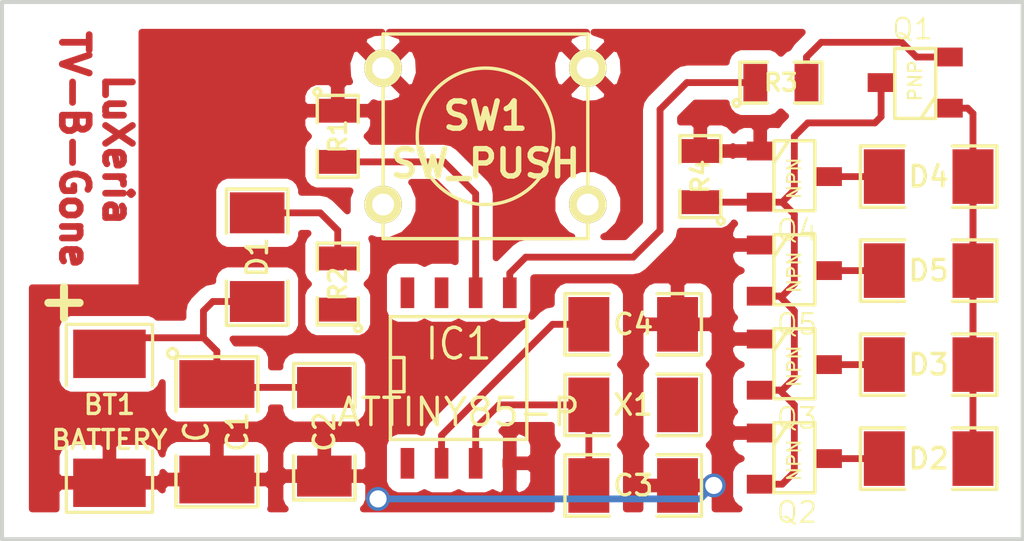
<source format=kicad_pcb>
(kicad_pcb (version 3) (host pcbnew "(2013-feb-26)-stable")

  (general
    (links 41)
    (no_connects 6)
    (area 208.924999 154.924999 247.075001 175.075001)
    (thickness 1.6)
    (drawings 5)
    (tracks 72)
    (zones 0)
    (modules 22)
    (nets 16)
  )

  (page A3)
  (layers
    (15 F.Cu signal)
    (0 B.Cu signal)
    (16 B.Adhes user)
    (17 F.Adhes user)
    (18 B.Paste user)
    (19 F.Paste user)
    (20 B.SilkS user)
    (21 F.SilkS user)
    (22 B.Mask user)
    (23 F.Mask user)
    (24 Dwgs.User user)
    (25 Cmts.User user)
    (26 Eco1.User user)
    (27 Eco2.User user)
    (28 Edge.Cuts user)
  )

  (setup
    (last_trace_width 0.254)
    (trace_clearance 0.254)
    (zone_clearance 0.508)
    (zone_45_only no)
    (trace_min 0.254)
    (segment_width 0.2)
    (edge_width 0.15)
    (via_size 0.889)
    (via_drill 0.635)
    (via_min_size 0.889)
    (via_min_drill 0.508)
    (uvia_size 0.508)
    (uvia_drill 0.127)
    (uvias_allowed no)
    (uvia_min_size 0.508)
    (uvia_min_drill 0.127)
    (pcb_text_width 0.3)
    (pcb_text_size 1 1)
    (mod_edge_width 0.15)
    (mod_text_size 1 1)
    (mod_text_width 0.15)
    (pad_size 1 1)
    (pad_drill 0.6)
    (pad_to_mask_clearance 0)
    (aux_axis_origin 0 0)
    (visible_elements FFFFFFBF)
    (pcbplotparams
      (layerselection 3178497)
      (usegerberextensions true)
      (excludeedgelayer true)
      (linewidth 152400)
      (plotframeref false)
      (viasonmask false)
      (mode 1)
      (useauxorigin false)
      (hpglpennumber 1)
      (hpglpenspeed 20)
      (hpglpendiameter 15)
      (hpglpenoverlay 2)
      (psnegative false)
      (psa4output false)
      (plotreference true)
      (plotvalue true)
      (plotothertext true)
      (plotinvisibletext false)
      (padsonsilk false)
      (subtractmaskfromsilk false)
      (outputformat 1)
      (mirror false)
      (drillshape 1)
      (scaleselection 1)
      (outputdirectory ""))
  )

  (net 0 "")
  (net 1 GND)
  (net 2 N-000001)
  (net 3 N-0000010)
  (net 4 N-0000011)
  (net 5 N-0000012)
  (net 6 N-0000013)
  (net 7 N-0000014)
  (net 8 N-0000015)
  (net 9 N-000003)
  (net 10 N-000005)
  (net 11 N-000006)
  (net 12 N-000007)
  (net 13 N-000008)
  (net 14 N-000009)
  (net 15 VCC)

  (net_class Default "Dies ist die voreingestellte Netzklasse."
    (clearance 0.254)
    (trace_width 0.254)
    (via_dia 0.889)
    (via_drill 0.635)
    (uvia_dia 0.508)
    (uvia_drill 0.127)
    (add_net "")
    (add_net GND)
    (add_net N-000001)
    (add_net N-0000010)
    (add_net N-0000011)
    (add_net N-0000012)
    (add_net N-0000013)
    (add_net N-0000014)
    (add_net N-0000015)
    (add_net N-000003)
    (add_net N-000005)
    (add_net N-000006)
    (add_net N-000007)
    (add_net N-000008)
    (add_net N-000009)
    (add_net VCC)
  )

  (module SW_PUSH_SMALL (layer F.Cu) (tedit 46544DB3) (tstamp 5156EFE4)
    (at 227 160)
    (path /5156EC98)
    (fp_text reference SW1 (at 0 -0.762) (layer F.SilkS)
      (effects (font (size 1.016 1.016) (thickness 0.2032)))
    )
    (fp_text value SW_PUSH (at 0 1.016) (layer F.SilkS)
      (effects (font (size 1.016 1.016) (thickness 0.2032)))
    )
    (fp_circle (center 0 0) (end 0 -2.54) (layer F.SilkS) (width 0.127))
    (fp_line (start -3.81 -3.81) (end 3.81 -3.81) (layer F.SilkS) (width 0.127))
    (fp_line (start 3.81 -3.81) (end 3.81 3.81) (layer F.SilkS) (width 0.127))
    (fp_line (start 3.81 3.81) (end -3.81 3.81) (layer F.SilkS) (width 0.127))
    (fp_line (start -3.81 -3.81) (end -3.81 3.81) (layer F.SilkS) (width 0.127))
    (pad 1 thru_hole circle (at 3.81 -2.54) (size 1.397 1.397) (drill 0.8128)
      (layers *.Cu *.Mask F.SilkS)
      (net 1 GND)
    )
    (pad 2 thru_hole circle (at 3.81 2.54) (size 1.397 1.397) (drill 0.8128)
      (layers *.Cu *.Mask F.SilkS)
      (net 3 N-0000010)
    )
    (pad 1 thru_hole circle (at -3.81 -2.54) (size 1.397 1.397) (drill 0.8128)
      (layers *.Cu *.Mask F.SilkS)
      (net 1 GND)
    )
    (pad 2 thru_hole circle (at -3.81 2.54) (size 1.397 1.397) (drill 0.8128)
      (layers *.Cu *.Mask F.SilkS)
      (net 3 N-0000010)
    )
  )

  (module SOT23 (layer F.Cu) (tedit 50053B6F) (tstamp 5156EFF0)
    (at 238.5 161.5 270)
    (tags SOT23)
    (path /5156DB7B)
    (fp_text reference Q4 (at 1.99898 -0.09906 360) (layer F.SilkS)
      (effects (font (size 0.762 0.762) (thickness 0.0762)))
    )
    (fp_text value NPN (at 0.0635 0 270) (layer F.SilkS)
      (effects (font (size 0.50038 0.50038) (thickness 0.0762)))
    )
    (fp_line (start -0.508 0.762) (end -1.27 0.254) (layer F.SilkS) (width 0.127))
    (fp_line (start 1.27 0.762) (end -1.3335 0.762) (layer F.SilkS) (width 0.127))
    (fp_line (start -1.3335 0.762) (end -1.3335 -0.762) (layer F.SilkS) (width 0.127))
    (fp_line (start -1.3335 -0.762) (end 1.27 -0.762) (layer F.SilkS) (width 0.127))
    (fp_line (start 1.27 -0.762) (end 1.27 0.762) (layer F.SilkS) (width 0.127))
    (pad 3 smd rect (at 0 -1.27 270) (size 0.70104 1.00076)
      (layers F.Cu F.Paste F.Mask)
      (net 9 N-000003)
    )
    (pad 2 smd rect (at 0.9525 1.27 270) (size 0.70104 1.00076)
      (layers F.Cu F.Paste F.Mask)
      (net 13 N-000008)
    )
    (pad 1 smd rect (at -0.9525 1.27 270) (size 0.70104 1.00076)
      (layers F.Cu F.Paste F.Mask)
      (net 1 GND)
    )
    (model smd\SOT23_3.wrl
      (at (xyz 0 0 0))
      (scale (xyz 0.4 0.4 0.4))
      (rotate (xyz 0 0 180))
    )
  )

  (module SOT23 (layer F.Cu) (tedit 50053B6F) (tstamp 5156EFFC)
    (at 238.5 165 270)
    (tags SOT23)
    (path /5156DBAA)
    (fp_text reference Q5 (at 1.99898 -0.09906 360) (layer F.SilkS)
      (effects (font (size 0.762 0.762) (thickness 0.0762)))
    )
    (fp_text value NPN (at 0.0635 0 270) (layer F.SilkS)
      (effects (font (size 0.50038 0.50038) (thickness 0.0762)))
    )
    (fp_line (start -0.508 0.762) (end -1.27 0.254) (layer F.SilkS) (width 0.127))
    (fp_line (start 1.27 0.762) (end -1.3335 0.762) (layer F.SilkS) (width 0.127))
    (fp_line (start -1.3335 0.762) (end -1.3335 -0.762) (layer F.SilkS) (width 0.127))
    (fp_line (start -1.3335 -0.762) (end 1.27 -0.762) (layer F.SilkS) (width 0.127))
    (fp_line (start 1.27 -0.762) (end 1.27 0.762) (layer F.SilkS) (width 0.127))
    (pad 3 smd rect (at 0 -1.27 270) (size 0.70104 1.00076)
      (layers F.Cu F.Paste F.Mask)
      (net 10 N-000005)
    )
    (pad 2 smd rect (at 0.9525 1.27 270) (size 0.70104 1.00076)
      (layers F.Cu F.Paste F.Mask)
      (net 13 N-000008)
    )
    (pad 1 smd rect (at -0.9525 1.27 270) (size 0.70104 1.00076)
      (layers F.Cu F.Paste F.Mask)
      (net 1 GND)
    )
    (model smd\SOT23_3.wrl
      (at (xyz 0 0 0))
      (scale (xyz 0.4 0.4 0.4))
      (rotate (xyz 0 0 180))
    )
  )

  (module SOT23 (layer F.Cu) (tedit 50053B6F) (tstamp 5156F008)
    (at 238.5 172 270)
    (tags SOT23)
    (path /5156DBB6)
    (fp_text reference Q2 (at 1.99898 -0.09906 360) (layer F.SilkS)
      (effects (font (size 0.762 0.762) (thickness 0.0762)))
    )
    (fp_text value NPN (at 0.0635 0 270) (layer F.SilkS)
      (effects (font (size 0.50038 0.50038) (thickness 0.0762)))
    )
    (fp_line (start -0.508 0.762) (end -1.27 0.254) (layer F.SilkS) (width 0.127))
    (fp_line (start 1.27 0.762) (end -1.3335 0.762) (layer F.SilkS) (width 0.127))
    (fp_line (start -1.3335 0.762) (end -1.3335 -0.762) (layer F.SilkS) (width 0.127))
    (fp_line (start -1.3335 -0.762) (end 1.27 -0.762) (layer F.SilkS) (width 0.127))
    (fp_line (start 1.27 -0.762) (end 1.27 0.762) (layer F.SilkS) (width 0.127))
    (pad 3 smd rect (at 0 -1.27 270) (size 0.70104 1.00076)
      (layers F.Cu F.Paste F.Mask)
      (net 12 N-000007)
    )
    (pad 2 smd rect (at 0.9525 1.27 270) (size 0.70104 1.00076)
      (layers F.Cu F.Paste F.Mask)
      (net 13 N-000008)
    )
    (pad 1 smd rect (at -0.9525 1.27 270) (size 0.70104 1.00076)
      (layers F.Cu F.Paste F.Mask)
      (net 1 GND)
    )
    (model smd\SOT23_3.wrl
      (at (xyz 0 0 0))
      (scale (xyz 0.4 0.4 0.4))
      (rotate (xyz 0 0 180))
    )
  )

  (module SOT23 (layer F.Cu) (tedit 50053B6F) (tstamp 5156F014)
    (at 243 158 90)
    (tags SOT23)
    (path /5156E531)
    (fp_text reference Q1 (at 1.99898 -0.09906 180) (layer F.SilkS)
      (effects (font (size 0.762 0.762) (thickness 0.0762)))
    )
    (fp_text value PNP (at 0.0635 0 90) (layer F.SilkS)
      (effects (font (size 0.50038 0.50038) (thickness 0.0762)))
    )
    (fp_line (start -0.508 0.762) (end -1.27 0.254) (layer F.SilkS) (width 0.127))
    (fp_line (start 1.27 0.762) (end -1.3335 0.762) (layer F.SilkS) (width 0.127))
    (fp_line (start -1.3335 0.762) (end -1.3335 -0.762) (layer F.SilkS) (width 0.127))
    (fp_line (start -1.3335 -0.762) (end 1.27 -0.762) (layer F.SilkS) (width 0.127))
    (fp_line (start 1.27 -0.762) (end 1.27 0.762) (layer F.SilkS) (width 0.127))
    (pad 3 smd rect (at 0 -1.27 90) (size 0.70104 1.00076)
      (layers F.Cu F.Paste F.Mask)
      (net 13 N-000008)
    )
    (pad 2 smd rect (at 0.9525 1.27 90) (size 0.70104 1.00076)
      (layers F.Cu F.Paste F.Mask)
      (net 2 N-000001)
    )
    (pad 1 smd rect (at -0.9525 1.27 90) (size 0.70104 1.00076)
      (layers F.Cu F.Paste F.Mask)
      (net 15 VCC)
    )
    (model smd\SOT23_3.wrl
      (at (xyz 0 0 0))
      (scale (xyz 0.4 0.4 0.4))
      (rotate (xyz 0 0 180))
    )
  )

  (module SOT23 (layer F.Cu) (tedit 50053B6F) (tstamp 5156F020)
    (at 238.5 168.5 270)
    (tags SOT23)
    (path /5156DBC2)
    (fp_text reference Q3 (at 1.99898 -0.09906 360) (layer F.SilkS)
      (effects (font (size 0.762 0.762) (thickness 0.0762)))
    )
    (fp_text value NPN (at 0.0635 0 270) (layer F.SilkS)
      (effects (font (size 0.50038 0.50038) (thickness 0.0762)))
    )
    (fp_line (start -0.508 0.762) (end -1.27 0.254) (layer F.SilkS) (width 0.127))
    (fp_line (start 1.27 0.762) (end -1.3335 0.762) (layer F.SilkS) (width 0.127))
    (fp_line (start -1.3335 0.762) (end -1.3335 -0.762) (layer F.SilkS) (width 0.127))
    (fp_line (start -1.3335 -0.762) (end 1.27 -0.762) (layer F.SilkS) (width 0.127))
    (fp_line (start 1.27 -0.762) (end 1.27 0.762) (layer F.SilkS) (width 0.127))
    (pad 3 smd rect (at 0 -1.27 270) (size 0.70104 1.00076)
      (layers F.Cu F.Paste F.Mask)
      (net 11 N-000006)
    )
    (pad 2 smd rect (at 0.9525 1.27 270) (size 0.70104 1.00076)
      (layers F.Cu F.Paste F.Mask)
      (net 13 N-000008)
    )
    (pad 1 smd rect (at -0.9525 1.27 270) (size 0.70104 1.00076)
      (layers F.Cu F.Paste F.Mask)
      (net 1 GND)
    )
    (model smd\SOT23_3.wrl
      (at (xyz 0 0 0))
      (scale (xyz 0.4 0.4 0.4))
      (rotate (xyz 0 0 180))
    )
  )

  (module SO8N (layer F.Cu) (tedit 45127296) (tstamp 5156F033)
    (at 226 169)
    (descr "Module CMS SOJ 8 pins large")
    (tags "CMS SOJ")
    (path /5156E7D1)
    (attr smd)
    (fp_text reference IC1 (at 0 -1.27) (layer F.SilkS)
      (effects (font (size 1.143 1.016) (thickness 0.127)))
    )
    (fp_text value ATTINY85-P (at 0 1.27) (layer F.SilkS)
      (effects (font (size 1.016 1.016) (thickness 0.127)))
    )
    (fp_line (start -2.54 -2.286) (end 2.54 -2.286) (layer F.SilkS) (width 0.127))
    (fp_line (start 2.54 -2.286) (end 2.54 2.286) (layer F.SilkS) (width 0.127))
    (fp_line (start 2.54 2.286) (end -2.54 2.286) (layer F.SilkS) (width 0.127))
    (fp_line (start -2.54 2.286) (end -2.54 -2.286) (layer F.SilkS) (width 0.127))
    (fp_line (start -2.54 -0.762) (end -2.032 -0.762) (layer F.SilkS) (width 0.127))
    (fp_line (start -2.032 -0.762) (end -2.032 0.508) (layer F.SilkS) (width 0.127))
    (fp_line (start -2.032 0.508) (end -2.54 0.508) (layer F.SilkS) (width 0.127))
    (pad 8 smd rect (at -1.905 -3.175) (size 0.508 1.143)
      (layers F.Cu F.Paste F.Mask)
      (net 15 VCC)
    )
    (pad 7 smd rect (at -0.635 -3.175) (size 0.508 1.143)
      (layers F.Cu F.Paste F.Mask)
      (net 6 N-0000013)
    )
    (pad 6 smd rect (at 0.635 -3.175) (size 0.508 1.143)
      (layers F.Cu F.Paste F.Mask)
      (net 4 N-0000011)
    )
    (pad 5 smd rect (at 1.905 -3.175) (size 0.508 1.143)
      (layers F.Cu F.Paste F.Mask)
      (net 5 N-0000012)
    )
    (pad 4 smd rect (at 1.905 3.175) (size 0.508 1.143)
      (layers F.Cu F.Paste F.Mask)
      (net 1 GND)
    )
    (pad 3 smd rect (at 0.635 3.175) (size 0.508 1.143)
      (layers F.Cu F.Paste F.Mask)
      (net 14 N-000009)
    )
    (pad 2 smd rect (at -0.635 3.175) (size 0.508 1.143)
      (layers F.Cu F.Paste F.Mask)
      (net 8 N-0000015)
    )
    (pad 1 smd rect (at -1.905 3.175) (size 0.508 1.143)
      (layers F.Cu F.Paste F.Mask)
      (net 3 N-0000010)
    )
    (model smd/cms_so8.wrl
      (at (xyz 0 0 0))
      (scale (xyz 0.5 0.38 0.5))
      (rotate (xyz 0 0 0))
    )
  )

  (module SM2010 (layer F.Cu) (tedit 4EFC4DD5) (tstamp 5156F040)
    (at 213 170.5 270)
    (tags "CMS SM")
    (path /5156F003)
    (attr smd)
    (fp_text reference BT1 (at -0.50038 0 360) (layer F.SilkS)
      (effects (font (size 0.70104 0.70104) (thickness 0.127)))
    )
    (fp_text value BATTERY (at 0.8001 0 360) (layer F.SilkS)
      (effects (font (size 0.70104 0.70104) (thickness 0.127)))
    )
    (fp_line (start 3.50012 -1.6002) (end 3.50012 1.6002) (layer F.SilkS) (width 0.11938))
    (fp_line (start -3.50012 -1.6002) (end -3.50012 1.6002) (layer F.SilkS) (width 0.11938))
    (fp_text user + (at -4.30022 1.80086 270) (layer F.SilkS)
      (effects (font (size 1.524 1.524) (thickness 0.29972)))
    )
    (fp_line (start 1.19634 1.60528) (end 3.48234 1.60528) (layer F.SilkS) (width 0.11938))
    (fp_line (start 3.48234 -1.60528) (end 1.19634 -1.60528) (layer F.SilkS) (width 0.11938))
    (fp_line (start -1.19888 -1.60528) (end -3.48488 -1.60528) (layer F.SilkS) (width 0.11938))
    (fp_line (start -3.48488 1.60528) (end -1.19888 1.60528) (layer F.SilkS) (width 0.11938))
    (pad 1 smd rect (at -2.4003 0 270) (size 1.80086 2.70002)
      (layers F.Cu F.Paste F.Mask)
      (net 15 VCC)
    )
    (pad 2 smd rect (at 2.4003 0 270) (size 1.80086 2.70002)
      (layers F.Cu F.Paste F.Mask)
      (net 1 GND)
    )
    (model smd\chip_smd_pol_wide.wrl
      (at (xyz 0 0 0))
      (scale (xyz 0.35 0.35 0.35))
      (rotate (xyz 0 0 0))
    )
  )

  (module SM1210L (layer F.Cu) (tedit 42806EC0) (tstamp 5156F04D)
    (at 217 171 270)
    (tags "CMS SM")
    (path /5156ED33)
    (attr smd)
    (fp_text reference C1 (at 0 -0.762 270) (layer F.SilkS)
      (effects (font (size 0.762 0.762) (thickness 0.127)))
    )
    (fp_text value C (at 0 0.762 270) (layer F.SilkS)
      (effects (font (size 0.889 0.762) (thickness 0.127)))
    )
    (fp_circle (center -2.921 1.651) (end -2.794 1.524) (layer F.SilkS) (width 0.127))
    (fp_line (start 0.889 1.524) (end 2.794 1.524) (layer F.SilkS) (width 0.127))
    (fp_line (start 2.794 1.524) (end 2.794 -1.524) (layer F.SilkS) (width 0.127))
    (fp_line (start 2.794 -1.524) (end 0.889 -1.524) (layer F.SilkS) (width 0.127))
    (fp_line (start -0.762 -1.524) (end -2.794 -1.524) (layer F.SilkS) (width 0.127))
    (fp_line (start -2.794 -1.524) (end -2.794 1.524) (layer F.SilkS) (width 0.127))
    (fp_line (start -2.794 1.524) (end -0.762 1.524) (layer F.SilkS) (width 0.127))
    (pad 1 smd rect (at -1.778 0 270) (size 1.778 2.794)
      (layers F.Cu F.Paste F.Mask)
      (net 15 VCC)
    )
    (pad 2 smd rect (at 1.778 0 270) (size 1.778 2.794)
      (layers F.Cu F.Paste F.Mask)
      (net 1 GND)
    )
    (model smd/chip_cms.wrl
      (at (xyz 0 0 0))
      (scale (xyz 0.2 0.2 0.2))
      (rotate (xyz 0 0 0))
    )
  )

  (module SM1206 (layer F.Cu) (tedit 42806E24) (tstamp 5156F059)
    (at 243.5 168.5 180)
    (path /5156DBBC)
    (attr smd)
    (fp_text reference D3 (at 0 0 180) (layer F.SilkS)
      (effects (font (size 0.762 0.762) (thickness 0.127)))
    )
    (fp_text value LED (at 0 0 180) (layer F.SilkS) hide
      (effects (font (size 0.762 0.762) (thickness 0.127)))
    )
    (fp_line (start -2.54 -1.143) (end -2.54 1.143) (layer F.SilkS) (width 0.127))
    (fp_line (start -2.54 1.143) (end -0.889 1.143) (layer F.SilkS) (width 0.127))
    (fp_line (start 0.889 -1.143) (end 2.54 -1.143) (layer F.SilkS) (width 0.127))
    (fp_line (start 2.54 -1.143) (end 2.54 1.143) (layer F.SilkS) (width 0.127))
    (fp_line (start 2.54 1.143) (end 0.889 1.143) (layer F.SilkS) (width 0.127))
    (fp_line (start -0.889 -1.143) (end -2.54 -1.143) (layer F.SilkS) (width 0.127))
    (pad 1 smd rect (at -1.651 0 180) (size 1.524 2.032)
      (layers F.Cu F.Paste F.Mask)
      (net 15 VCC)
    )
    (pad 2 smd rect (at 1.651 0 180) (size 1.524 2.032)
      (layers F.Cu F.Paste F.Mask)
      (net 11 N-000006)
    )
    (model smd/chip_cms.wrl
      (at (xyz 0 0 0))
      (scale (xyz 0.17 0.16 0.16))
      (rotate (xyz 0 0 0))
    )
  )

  (module SM1206 (layer F.Cu) (tedit 42806E24) (tstamp 5156F065)
    (at 243.5 172 180)
    (path /5156DBB0)
    (attr smd)
    (fp_text reference D2 (at 0 0 180) (layer F.SilkS)
      (effects (font (size 0.762 0.762) (thickness 0.127)))
    )
    (fp_text value LED (at 0 0 180) (layer F.SilkS) hide
      (effects (font (size 0.762 0.762) (thickness 0.127)))
    )
    (fp_line (start -2.54 -1.143) (end -2.54 1.143) (layer F.SilkS) (width 0.127))
    (fp_line (start -2.54 1.143) (end -0.889 1.143) (layer F.SilkS) (width 0.127))
    (fp_line (start 0.889 -1.143) (end 2.54 -1.143) (layer F.SilkS) (width 0.127))
    (fp_line (start 2.54 -1.143) (end 2.54 1.143) (layer F.SilkS) (width 0.127))
    (fp_line (start 2.54 1.143) (end 0.889 1.143) (layer F.SilkS) (width 0.127))
    (fp_line (start -0.889 -1.143) (end -2.54 -1.143) (layer F.SilkS) (width 0.127))
    (pad 1 smd rect (at -1.651 0 180) (size 1.524 2.032)
      (layers F.Cu F.Paste F.Mask)
      (net 15 VCC)
    )
    (pad 2 smd rect (at 1.651 0 180) (size 1.524 2.032)
      (layers F.Cu F.Paste F.Mask)
      (net 12 N-000007)
    )
    (model smd/chip_cms.wrl
      (at (xyz 0 0 0))
      (scale (xyz 0.17 0.16 0.16))
      (rotate (xyz 0 0 0))
    )
  )

  (module SM1206 (layer F.Cu) (tedit 42806E24) (tstamp 5156F071)
    (at 218.5 164.5 90)
    (path /5156E896)
    (attr smd)
    (fp_text reference D1 (at 0 0 90) (layer F.SilkS)
      (effects (font (size 0.762 0.762) (thickness 0.127)))
    )
    (fp_text value LED (at 0 0 90) (layer F.SilkS) hide
      (effects (font (size 0.762 0.762) (thickness 0.127)))
    )
    (fp_line (start -2.54 -1.143) (end -2.54 1.143) (layer F.SilkS) (width 0.127))
    (fp_line (start -2.54 1.143) (end -0.889 1.143) (layer F.SilkS) (width 0.127))
    (fp_line (start 0.889 -1.143) (end 2.54 -1.143) (layer F.SilkS) (width 0.127))
    (fp_line (start 2.54 -1.143) (end 2.54 1.143) (layer F.SilkS) (width 0.127))
    (fp_line (start 2.54 1.143) (end 0.889 1.143) (layer F.SilkS) (width 0.127))
    (fp_line (start -0.889 -1.143) (end -2.54 -1.143) (layer F.SilkS) (width 0.127))
    (pad 1 smd rect (at -1.651 0 90) (size 1.524 2.032)
      (layers F.Cu F.Paste F.Mask)
      (net 15 VCC)
    )
    (pad 2 smd rect (at 1.651 0 90) (size 1.524 2.032)
      (layers F.Cu F.Paste F.Mask)
      (net 7 N-0000014)
    )
    (model smd/chip_cms.wrl
      (at (xyz 0 0 0))
      (scale (xyz 0.17 0.16 0.16))
      (rotate (xyz 0 0 0))
    )
  )

  (module SM1206 (layer F.Cu) (tedit 42806E24) (tstamp 5156F07D)
    (at 232.5 170)
    (path /5156EA65)
    (attr smd)
    (fp_text reference X1 (at 0 0) (layer F.SilkS)
      (effects (font (size 0.762 0.762) (thickness 0.127)))
    )
    (fp_text value QUARTZCMS4 (at 0 0) (layer F.SilkS) hide
      (effects (font (size 0.762 0.762) (thickness 0.127)))
    )
    (fp_line (start -2.54 -1.143) (end -2.54 1.143) (layer F.SilkS) (width 0.127))
    (fp_line (start -2.54 1.143) (end -0.889 1.143) (layer F.SilkS) (width 0.127))
    (fp_line (start 0.889 -1.143) (end 2.54 -1.143) (layer F.SilkS) (width 0.127))
    (fp_line (start 2.54 -1.143) (end 2.54 1.143) (layer F.SilkS) (width 0.127))
    (fp_line (start 2.54 1.143) (end 0.889 1.143) (layer F.SilkS) (width 0.127))
    (fp_line (start -0.889 -1.143) (end -2.54 -1.143) (layer F.SilkS) (width 0.127))
    (pad 1 smd rect (at -1.651 0) (size 1.524 2.032)
      (layers F.Cu F.Paste F.Mask)
      (net 14 N-000009)
    )
    (pad 2 smd rect (at 1.651 0) (size 1.524 2.032)
      (layers F.Cu F.Paste F.Mask)
    )
    (model smd/chip_cms.wrl
      (at (xyz 0 0 0))
      (scale (xyz 0.17 0.16 0.16))
      (rotate (xyz 0 0 0))
    )
  )

  (module SM1206 (layer F.Cu) (tedit 42806E24) (tstamp 5156F089)
    (at 232.5 173)
    (path /5156EA74)
    (attr smd)
    (fp_text reference C3 (at 0 0) (layer F.SilkS)
      (effects (font (size 0.762 0.762) (thickness 0.127)))
    )
    (fp_text value C (at 0 0) (layer F.SilkS) hide
      (effects (font (size 0.762 0.762) (thickness 0.127)))
    )
    (fp_line (start -2.54 -1.143) (end -2.54 1.143) (layer F.SilkS) (width 0.127))
    (fp_line (start -2.54 1.143) (end -0.889 1.143) (layer F.SilkS) (width 0.127))
    (fp_line (start 0.889 -1.143) (end 2.54 -1.143) (layer F.SilkS) (width 0.127))
    (fp_line (start 2.54 -1.143) (end 2.54 1.143) (layer F.SilkS) (width 0.127))
    (fp_line (start 2.54 1.143) (end 0.889 1.143) (layer F.SilkS) (width 0.127))
    (fp_line (start -0.889 -1.143) (end -2.54 -1.143) (layer F.SilkS) (width 0.127))
    (pad 1 smd rect (at -1.651 0) (size 1.524 2.032)
      (layers F.Cu F.Paste F.Mask)
      (net 14 N-000009)
    )
    (pad 2 smd rect (at 1.651 0) (size 1.524 2.032)
      (layers F.Cu F.Paste F.Mask)
      (net 1 GND)
    )
    (model smd/chip_cms.wrl
      (at (xyz 0 0 0))
      (scale (xyz 0.17 0.16 0.16))
      (rotate (xyz 0 0 0))
    )
  )

  (module SM1206 (layer F.Cu) (tedit 42806E24) (tstamp 5156F095)
    (at 232.5 167)
    (path /5156EA81)
    (attr smd)
    (fp_text reference C4 (at 0 0) (layer F.SilkS)
      (effects (font (size 0.762 0.762) (thickness 0.127)))
    )
    (fp_text value C (at 0 0) (layer F.SilkS) hide
      (effects (font (size 0.762 0.762) (thickness 0.127)))
    )
    (fp_line (start -2.54 -1.143) (end -2.54 1.143) (layer F.SilkS) (width 0.127))
    (fp_line (start -2.54 1.143) (end -0.889 1.143) (layer F.SilkS) (width 0.127))
    (fp_line (start 0.889 -1.143) (end 2.54 -1.143) (layer F.SilkS) (width 0.127))
    (fp_line (start 2.54 -1.143) (end 2.54 1.143) (layer F.SilkS) (width 0.127))
    (fp_line (start 2.54 1.143) (end 0.889 1.143) (layer F.SilkS) (width 0.127))
    (fp_line (start -0.889 -1.143) (end -2.54 -1.143) (layer F.SilkS) (width 0.127))
    (pad 1 smd rect (at -1.651 0) (size 1.524 2.032)
      (layers F.Cu F.Paste F.Mask)
      (net 8 N-0000015)
    )
    (pad 2 smd rect (at 1.651 0) (size 1.524 2.032)
      (layers F.Cu F.Paste F.Mask)
      (net 1 GND)
    )
    (model smd/chip_cms.wrl
      (at (xyz 0 0 0))
      (scale (xyz 0.17 0.16 0.16))
      (rotate (xyz 0 0 0))
    )
  )

  (module SM1206 (layer F.Cu) (tedit 42806E24) (tstamp 5156F0A1)
    (at 243.5 165 180)
    (path /5156DBA4)
    (attr smd)
    (fp_text reference D5 (at 0 0 180) (layer F.SilkS)
      (effects (font (size 0.762 0.762) (thickness 0.127)))
    )
    (fp_text value LED (at 0 0 180) (layer F.SilkS) hide
      (effects (font (size 0.762 0.762) (thickness 0.127)))
    )
    (fp_line (start -2.54 -1.143) (end -2.54 1.143) (layer F.SilkS) (width 0.127))
    (fp_line (start -2.54 1.143) (end -0.889 1.143) (layer F.SilkS) (width 0.127))
    (fp_line (start 0.889 -1.143) (end 2.54 -1.143) (layer F.SilkS) (width 0.127))
    (fp_line (start 2.54 -1.143) (end 2.54 1.143) (layer F.SilkS) (width 0.127))
    (fp_line (start 2.54 1.143) (end 0.889 1.143) (layer F.SilkS) (width 0.127))
    (fp_line (start -0.889 -1.143) (end -2.54 -1.143) (layer F.SilkS) (width 0.127))
    (pad 1 smd rect (at -1.651 0 180) (size 1.524 2.032)
      (layers F.Cu F.Paste F.Mask)
      (net 15 VCC)
    )
    (pad 2 smd rect (at 1.651 0 180) (size 1.524 2.032)
      (layers F.Cu F.Paste F.Mask)
      (net 10 N-000005)
    )
    (model smd/chip_cms.wrl
      (at (xyz 0 0 0))
      (scale (xyz 0.17 0.16 0.16))
      (rotate (xyz 0 0 0))
    )
  )

  (module SM1206 (layer F.Cu) (tedit 42806E24) (tstamp 5156F0AD)
    (at 221 171 270)
    (path /5156ED24)
    (attr smd)
    (fp_text reference C2 (at 0 0 270) (layer F.SilkS)
      (effects (font (size 0.762 0.762) (thickness 0.127)))
    )
    (fp_text value C (at 0 0 270) (layer F.SilkS) hide
      (effects (font (size 0.762 0.762) (thickness 0.127)))
    )
    (fp_line (start -2.54 -1.143) (end -2.54 1.143) (layer F.SilkS) (width 0.127))
    (fp_line (start -2.54 1.143) (end -0.889 1.143) (layer F.SilkS) (width 0.127))
    (fp_line (start 0.889 -1.143) (end 2.54 -1.143) (layer F.SilkS) (width 0.127))
    (fp_line (start 2.54 -1.143) (end 2.54 1.143) (layer F.SilkS) (width 0.127))
    (fp_line (start 2.54 1.143) (end 0.889 1.143) (layer F.SilkS) (width 0.127))
    (fp_line (start -0.889 -1.143) (end -2.54 -1.143) (layer F.SilkS) (width 0.127))
    (pad 1 smd rect (at -1.651 0 270) (size 1.524 2.032)
      (layers F.Cu F.Paste F.Mask)
      (net 15 VCC)
    )
    (pad 2 smd rect (at 1.651 0 270) (size 1.524 2.032)
      (layers F.Cu F.Paste F.Mask)
      (net 1 GND)
    )
    (model smd/chip_cms.wrl
      (at (xyz 0 0 0))
      (scale (xyz 0.17 0.16 0.16))
      (rotate (xyz 0 0 0))
    )
  )

  (module SM1206 (layer F.Cu) (tedit 42806E24) (tstamp 5156F0B9)
    (at 243.5 161.5 180)
    (path /5156DB52)
    (attr smd)
    (fp_text reference D4 (at 0 0 180) (layer F.SilkS)
      (effects (font (size 0.762 0.762) (thickness 0.127)))
    )
    (fp_text value LED (at 0 0 180) (layer F.SilkS) hide
      (effects (font (size 0.762 0.762) (thickness 0.127)))
    )
    (fp_line (start -2.54 -1.143) (end -2.54 1.143) (layer F.SilkS) (width 0.127))
    (fp_line (start -2.54 1.143) (end -0.889 1.143) (layer F.SilkS) (width 0.127))
    (fp_line (start 0.889 -1.143) (end 2.54 -1.143) (layer F.SilkS) (width 0.127))
    (fp_line (start 2.54 -1.143) (end 2.54 1.143) (layer F.SilkS) (width 0.127))
    (fp_line (start 2.54 1.143) (end 0.889 1.143) (layer F.SilkS) (width 0.127))
    (fp_line (start -0.889 -1.143) (end -2.54 -1.143) (layer F.SilkS) (width 0.127))
    (pad 1 smd rect (at -1.651 0 180) (size 1.524 2.032)
      (layers F.Cu F.Paste F.Mask)
      (net 15 VCC)
    )
    (pad 2 smd rect (at 1.651 0 180) (size 1.524 2.032)
      (layers F.Cu F.Paste F.Mask)
      (net 9 N-000003)
    )
    (model smd/chip_cms.wrl
      (at (xyz 0 0 0))
      (scale (xyz 0.17 0.16 0.16))
      (rotate (xyz 0 0 0))
    )
  )

  (module SM0805 (layer F.Cu) (tedit 42806E04) (tstamp 5156F0C6)
    (at 235 161.5 90)
    (path /5156E5BF)
    (attr smd)
    (fp_text reference R4 (at 0 0 90) (layer F.SilkS)
      (effects (font (size 0.635 0.635) (thickness 0.127)))
    )
    (fp_text value R (at 0 0 90) (layer F.SilkS) hide
      (effects (font (size 0.635 0.635) (thickness 0.127)))
    )
    (fp_circle (center -1.651 0.762) (end -1.651 0.635) (layer F.SilkS) (width 0.127))
    (fp_line (start -0.508 0.762) (end -1.524 0.762) (layer F.SilkS) (width 0.127))
    (fp_line (start -1.524 0.762) (end -1.524 -0.762) (layer F.SilkS) (width 0.127))
    (fp_line (start -1.524 -0.762) (end -0.508 -0.762) (layer F.SilkS) (width 0.127))
    (fp_line (start 0.508 -0.762) (end 1.524 -0.762) (layer F.SilkS) (width 0.127))
    (fp_line (start 1.524 -0.762) (end 1.524 0.762) (layer F.SilkS) (width 0.127))
    (fp_line (start 1.524 0.762) (end 0.508 0.762) (layer F.SilkS) (width 0.127))
    (pad 1 smd rect (at -0.9525 0 90) (size 0.889 1.397)
      (layers F.Cu F.Paste F.Mask)
      (net 13 N-000008)
    )
    (pad 2 smd rect (at 0.9525 0 90) (size 0.889 1.397)
      (layers F.Cu F.Paste F.Mask)
      (net 1 GND)
    )
    (model smd/chip_cms.wrl
      (at (xyz 0 0 0))
      (scale (xyz 0.1 0.1 0.1))
      (rotate (xyz 0 0 0))
    )
  )

  (module SM0805 (layer F.Cu) (tedit 42806E04) (tstamp 5156F0D3)
    (at 238 158)
    (path /5156E604)
    (attr smd)
    (fp_text reference R3 (at 0 0) (layer F.SilkS)
      (effects (font (size 0.635 0.635) (thickness 0.127)))
    )
    (fp_text value R (at 0 0) (layer F.SilkS) hide
      (effects (font (size 0.635 0.635) (thickness 0.127)))
    )
    (fp_circle (center -1.651 0.762) (end -1.651 0.635) (layer F.SilkS) (width 0.127))
    (fp_line (start -0.508 0.762) (end -1.524 0.762) (layer F.SilkS) (width 0.127))
    (fp_line (start -1.524 0.762) (end -1.524 -0.762) (layer F.SilkS) (width 0.127))
    (fp_line (start -1.524 -0.762) (end -0.508 -0.762) (layer F.SilkS) (width 0.127))
    (fp_line (start 0.508 -0.762) (end 1.524 -0.762) (layer F.SilkS) (width 0.127))
    (fp_line (start 1.524 -0.762) (end 1.524 0.762) (layer F.SilkS) (width 0.127))
    (fp_line (start 1.524 0.762) (end 0.508 0.762) (layer F.SilkS) (width 0.127))
    (pad 1 smd rect (at -0.9525 0) (size 0.889 1.397)
      (layers F.Cu F.Paste F.Mask)
      (net 5 N-0000012)
    )
    (pad 2 smd rect (at 0.9525 0) (size 0.889 1.397)
      (layers F.Cu F.Paste F.Mask)
      (net 2 N-000001)
    )
    (model smd/chip_cms.wrl
      (at (xyz 0 0 0))
      (scale (xyz 0.1 0.1 0.1))
      (rotate (xyz 0 0 0))
    )
  )

  (module SM0805 (layer F.Cu) (tedit 42806E04) (tstamp 5156F0E0)
    (at 221.5 160 270)
    (path /5156E882)
    (attr smd)
    (fp_text reference R1 (at 0 0 270) (layer F.SilkS)
      (effects (font (size 0.635 0.635) (thickness 0.127)))
    )
    (fp_text value R (at 0 0 270) (layer F.SilkS) hide
      (effects (font (size 0.635 0.635) (thickness 0.127)))
    )
    (fp_circle (center -1.651 0.762) (end -1.651 0.635) (layer F.SilkS) (width 0.127))
    (fp_line (start -0.508 0.762) (end -1.524 0.762) (layer F.SilkS) (width 0.127))
    (fp_line (start -1.524 0.762) (end -1.524 -0.762) (layer F.SilkS) (width 0.127))
    (fp_line (start -1.524 -0.762) (end -0.508 -0.762) (layer F.SilkS) (width 0.127))
    (fp_line (start 0.508 -0.762) (end 1.524 -0.762) (layer F.SilkS) (width 0.127))
    (fp_line (start 1.524 -0.762) (end 1.524 0.762) (layer F.SilkS) (width 0.127))
    (fp_line (start 1.524 0.762) (end 0.508 0.762) (layer F.SilkS) (width 0.127))
    (pad 1 smd rect (at -0.9525 0 270) (size 0.889 1.397)
      (layers F.Cu F.Paste F.Mask)
      (net 1 GND)
    )
    (pad 2 smd rect (at 0.9525 0 270) (size 0.889 1.397)
      (layers F.Cu F.Paste F.Mask)
      (net 4 N-0000011)
    )
    (model smd/chip_cms.wrl
      (at (xyz 0 0 0))
      (scale (xyz 0.1 0.1 0.1))
      (rotate (xyz 0 0 0))
    )
  )

  (module SM0805 (layer F.Cu) (tedit 42806E04) (tstamp 5156F0ED)
    (at 221.5 165.5 90)
    (path /5156E8A6)
    (attr smd)
    (fp_text reference R2 (at 0 0 90) (layer F.SilkS)
      (effects (font (size 0.635 0.635) (thickness 0.127)))
    )
    (fp_text value R (at 0 0 90) (layer F.SilkS) hide
      (effects (font (size 0.635 0.635) (thickness 0.127)))
    )
    (fp_circle (center -1.651 0.762) (end -1.651 0.635) (layer F.SilkS) (width 0.127))
    (fp_line (start -0.508 0.762) (end -1.524 0.762) (layer F.SilkS) (width 0.127))
    (fp_line (start -1.524 0.762) (end -1.524 -0.762) (layer F.SilkS) (width 0.127))
    (fp_line (start -1.524 -0.762) (end -0.508 -0.762) (layer F.SilkS) (width 0.127))
    (fp_line (start 0.508 -0.762) (end 1.524 -0.762) (layer F.SilkS) (width 0.127))
    (fp_line (start 1.524 -0.762) (end 1.524 0.762) (layer F.SilkS) (width 0.127))
    (fp_line (start 1.524 0.762) (end 0.508 0.762) (layer F.SilkS) (width 0.127))
    (pad 1 smd rect (at -0.9525 0 90) (size 0.889 1.397)
      (layers F.Cu F.Paste F.Mask)
      (net 6 N-0000013)
    )
    (pad 2 smd rect (at 0.9525 0 90) (size 0.889 1.397)
      (layers F.Cu F.Paste F.Mask)
      (net 7 N-0000014)
    )
    (model smd/chip_cms.wrl
      (at (xyz 0 0 0))
      (scale (xyz 0.1 0.1 0.1))
      (rotate (xyz 0 0 0))
    )
  )

  (gr_text "LuXeria\nTV-B-Gone" (at 212.5 160.5 270) (layer F.Cu)
    (effects (font (size 1 1) (thickness 0.25)))
  )
  (gr_line (start 209 155) (end 209 175) (angle 90) (layer Edge.Cuts) (width 0.15))
  (gr_line (start 247 155) (end 209 155) (angle 90) (layer Edge.Cuts) (width 0.15))
  (gr_line (start 247 175) (end 247 155) (angle 90) (layer Edge.Cuts) (width 0.15))
  (gr_line (start 209 175) (end 247 175) (angle 90) (layer Edge.Cuts) (width 0.15))

  (segment (start 234.151 173) (end 235.5 173) (width 0.254) (layer F.Cu) (net 1))
  (via (at 223 173.5) (size 0.889) (layers F.Cu B.Cu) (net 1))
  (segment (start 235 173.5) (end 223 173.5) (width 0.254) (layer B.Cu) (net 1) (tstamp 5156FEA6))
  (segment (start 235.5 173) (end 235 173.5) (width 0.254) (layer B.Cu) (net 1) (tstamp 5156FEA5))
  (via (at 235.5 173) (size 0.889) (layers F.Cu B.Cu) (net 1))
  (segment (start 244.27 157.0475) (end 243.0475 157.0475) (width 0.254) (layer F.Cu) (net 2))
  (segment (start 238.9525 157.0475) (end 238.9525 158) (width 0.254) (layer F.Cu) (net 2) (tstamp 5156FE4A))
  (segment (start 239.5 156.5) (end 238.9525 157.0475) (width 0.254) (layer F.Cu) (net 2) (tstamp 5156FE49))
  (segment (start 242.5 156.5) (end 239.5 156.5) (width 0.254) (layer F.Cu) (net 2) (tstamp 5156FE48))
  (segment (start 243.0475 157.0475) (end 242.5 156.5) (width 0.254) (layer F.Cu) (net 2) (tstamp 5156FE47))
  (segment (start 221.5 160.9525) (end 225.4525 160.9525) (width 0.254) (layer F.Cu) (net 4))
  (segment (start 226.635 162.135) (end 226.635 165.825) (width 0.254) (layer F.Cu) (net 4) (tstamp 5156FE51))
  (segment (start 225.4525 160.9525) (end 226.635 162.135) (width 0.254) (layer F.Cu) (net 4) (tstamp 5156FE4F))
  (segment (start 227.905 165.825) (end 227.905 165.095) (width 0.254) (layer F.Cu) (net 5))
  (segment (start 234.5 158) (end 237.0475 158) (width 0.254) (layer F.Cu) (net 5) (tstamp 5156FE9F))
  (segment (start 233.5 159) (end 234.5 158) (width 0.254) (layer F.Cu) (net 5) (tstamp 5156FE9E))
  (segment (start 233.5 163.5) (end 233.5 159) (width 0.254) (layer F.Cu) (net 5) (tstamp 5156FE9D))
  (segment (start 232.5 164.5) (end 233.5 163.5) (width 0.254) (layer F.Cu) (net 5) (tstamp 5156FE9C))
  (segment (start 228.5 164.5) (end 232.5 164.5) (width 0.254) (layer F.Cu) (net 5) (tstamp 5156FE9B))
  (segment (start 227.905 165.095) (end 228.5 164.5) (width 0.254) (layer F.Cu) (net 5) (tstamp 5156FE9A))
  (segment (start 218.5 162.849) (end 220.849 162.849) (width 0.254) (layer F.Cu) (net 7))
  (segment (start 221.5 163.5) (end 221.5 164.5475) (width 0.254) (layer F.Cu) (net 7) (tstamp 5156FEAC))
  (segment (start 220.849 162.849) (end 221.5 163.5) (width 0.254) (layer F.Cu) (net 7) (tstamp 5156FEAB))
  (segment (start 225.365 172.175) (end 225.365 171.135) (width 0.254) (layer F.Cu) (net 8))
  (segment (start 229.5 167) (end 230.849 167) (width 0.254) (layer F.Cu) (net 8) (tstamp 5156FE88))
  (segment (start 225.365 171.135) (end 229.5 167) (width 0.254) (layer F.Cu) (net 8) (tstamp 5156FE86))
  (segment (start 239.77 161.5) (end 241.849 161.5) (width 0.254) (layer F.Cu) (net 9))
  (segment (start 239.77 165) (end 241.849 165) (width 0.254) (layer F.Cu) (net 10))
  (segment (start 239.77 168.5) (end 241.849 168.5) (width 0.254) (layer F.Cu) (net 11))
  (segment (start 239.77 172) (end 241.849 172) (width 0.254) (layer F.Cu) (net 12))
  (segment (start 237.23 165.9525) (end 238.0475 165.9525) (width 0.254) (layer F.Cu) (net 13))
  (segment (start 238.5 162.905) (end 238.0475 162.4525) (width 0.254) (layer F.Cu) (net 13) (tstamp 5156FE79))
  (segment (start 238.5 165.5) (end 238.5 162.905) (width 0.254) (layer F.Cu) (net 13) (tstamp 5156FE78))
  (segment (start 238.0475 165.9525) (end 238.5 165.5) (width 0.254) (layer F.Cu) (net 13) (tstamp 5156FE77))
  (segment (start 237.23 169.4525) (end 238.0475 169.4525) (width 0.254) (layer F.Cu) (net 13))
  (segment (start 237.9525 165.9525) (end 237.23 165.9525) (width 0.254) (layer F.Cu) (net 13) (tstamp 5156FE74))
  (segment (start 238.5 166.5) (end 237.9525 165.9525) (width 0.254) (layer F.Cu) (net 13) (tstamp 5156FE73))
  (segment (start 238.5 169) (end 238.5 166.5) (width 0.254) (layer F.Cu) (net 13) (tstamp 5156FE72))
  (segment (start 238.0475 169.4525) (end 238.5 169) (width 0.254) (layer F.Cu) (net 13) (tstamp 5156FE71))
  (segment (start 237.23 172.9525) (end 238.0475 172.9525) (width 0.254) (layer F.Cu) (net 13))
  (segment (start 237.9525 169.4525) (end 237.23 169.4525) (width 0.254) (layer F.Cu) (net 13) (tstamp 5156FE6E))
  (segment (start 238.5 170) (end 237.9525 169.4525) (width 0.254) (layer F.Cu) (net 13) (tstamp 5156FE6D))
  (segment (start 238.5 171.5) (end 238.5 170) (width 0.254) (layer F.Cu) (net 13) (tstamp 5156FE6C))
  (segment (start 238.5 172.5) (end 238.5 171.5) (width 0.254) (layer F.Cu) (net 13) (tstamp 5156FE6B))
  (segment (start 238.0475 172.9525) (end 238.5 172.5) (width 0.254) (layer F.Cu) (net 13) (tstamp 5156FE6A))
  (segment (start 241.73 158) (end 241.73 159.27) (width 0.254) (layer F.Cu) (net 13))
  (segment (start 241.73 159.27) (end 241.5 159.5) (width 0.254) (layer F.Cu) (net 13) (tstamp 5156FE5A))
  (segment (start 241.5 159.5) (end 239 159.5) (width 0.254) (layer F.Cu) (net 13) (tstamp 5156FE5B))
  (segment (start 239 159.5) (end 238.5 160) (width 0.254) (layer F.Cu) (net 13) (tstamp 5156FE5C))
  (segment (start 238.5 160) (end 238.5 162) (width 0.254) (layer F.Cu) (net 13) (tstamp 5156FE5D))
  (segment (start 238.5 162) (end 238.0475 162.4525) (width 0.254) (layer F.Cu) (net 13) (tstamp 5156FE5E))
  (segment (start 238.0475 162.4525) (end 237.23 162.4525) (width 0.254) (layer F.Cu) (net 13) (tstamp 5156FE5F))
  (segment (start 235 162.4525) (end 237.23 162.4525) (width 0.254) (layer F.Cu) (net 13))
  (segment (start 230.849 170) (end 230.849 173) (width 0.254) (layer F.Cu) (net 14))
  (segment (start 226.635 172.175) (end 226.635 170.865) (width 0.254) (layer F.Cu) (net 14))
  (segment (start 227.5 170) (end 230.849 170) (width 0.254) (layer F.Cu) (net 14) (tstamp 5156FE80))
  (segment (start 226.635 170.865) (end 227.5 170) (width 0.254) (layer F.Cu) (net 14) (tstamp 5156FE7F))
  (segment (start 218.5 166.151) (end 216.849 166.151) (width 0.254) (layer F.Cu) (net 15))
  (segment (start 216.5 166.5) (end 216.5 167.5) (width 0.254) (layer F.Cu) (net 15) (tstamp 5156FE96))
  (segment (start 216.849 166.151) (end 216.5 166.5) (width 0.254) (layer F.Cu) (net 15) (tstamp 5156FE95))
  (segment (start 217 169.222) (end 217 168) (width 0.254) (layer F.Cu) (net 15))
  (segment (start 213.5997 167.5) (end 213 168.0997) (width 0.254) (layer F.Cu) (net 15) (tstamp 5156FE92))
  (segment (start 216.5 167.5) (end 213.5997 167.5) (width 0.254) (layer F.Cu) (net 15) (tstamp 5156FE91))
  (segment (start 217 168) (end 216.5 167.5) (width 0.254) (layer F.Cu) (net 15) (tstamp 5156FE90))
  (segment (start 221 169.349) (end 217.127 169.349) (width 0.254) (layer F.Cu) (net 15))
  (segment (start 217.127 169.349) (end 217 169.222) (width 0.254) (layer F.Cu) (net 15) (tstamp 5156FE8D))
  (segment (start 245.151 161.5) (end 245.151 165) (width 0.254) (layer F.Cu) (net 15))
  (segment (start 245.151 168.5) (end 245.151 165) (width 0.254) (layer F.Cu) (net 15))
  (segment (start 244.27 158.9525) (end 244.9525 158.9525) (width 0.254) (layer F.Cu) (net 15))
  (segment (start 245.151 159.151) (end 245.151 161.5) (width 0.254) (layer F.Cu) (net 15) (tstamp 5156FE2E))
  (segment (start 244.9525 158.9525) (end 245.151 159.151) (width 0.254) (layer F.Cu) (net 15) (tstamp 5156FE2D))
  (segment (start 245.151 172.5) (end 245.151 161.5) (width 0.254) (layer F.Cu) (net 15))

  (zone (net 1) (net_name GND) (layer F.Cu) (tstamp 5156F9A1) (hatch edge 0.508)
    (connect_pads (clearance 0.508))
    (min_thickness 0.254)
    (fill (arc_segments 16) (thermal_gap 0.508) (thermal_bridge_width 0.508))
    (polygon
      (pts
        (xy 246 174) (xy 210 174) (xy 210 156) (xy 246 156)
      )
    )
    (filled_polygon
      (pts
        (xy 237.377 171.1745) (xy 237.357 171.1745) (xy 237.357 171.1945) (xy 237.103 171.1945) (xy 237.103 171.1745)
        (xy 236.25337 171.1745) (xy 236.09462 171.33325) (xy 236.09451 171.523775) (xy 236.190979 171.757249) (xy 236.369452 171.936033)
        (xy 236.523592 172.000037) (xy 236.370391 172.063339) (xy 236.191607 172.241812) (xy 236.094731 172.475116) (xy 236.09451 172.727735)
        (xy 236.09451 173.428775) (xy 236.190979 173.662249) (xy 236.369452 173.841033) (xy 236.446437 173.873) (xy 235.54811 173.873)
        (xy 235.54811 172.109755) (xy 235.547889 171.857136) (xy 235.451013 171.623832) (xy 235.326965 171.5) (xy 235.451013 171.376168)
        (xy 235.547889 171.142864) (xy 235.54811 170.890245) (xy 235.54811 168.858245) (xy 235.451641 168.624771) (xy 235.327026 168.499939)
        (xy 235.451013 168.376168) (xy 235.547889 168.142864) (xy 235.54811 167.890245) (xy 235.54811 166.109755) (xy 235.547889 165.857136)
        (xy 235.451013 165.623832) (xy 235.272229 165.445359) (xy 235.038755 165.34889) (xy 234.43675 165.349) (xy 234.278 165.50775)
        (xy 234.278 166.873) (xy 235.38925 166.873) (xy 235.548 166.71425) (xy 235.54811 166.109755) (xy 235.54811 167.890245)
        (xy 235.548 167.28575) (xy 235.38925 167.127) (xy 234.278 167.127) (xy 234.278 167.147) (xy 234.024 167.147)
        (xy 234.024 167.127) (xy 234.024 166.873) (xy 234.024 165.50775) (xy 233.86525 165.349) (xy 233.263245 165.34889)
        (xy 233.029771 165.445359) (xy 232.850987 165.623832) (xy 232.754111 165.857136) (xy 232.75389 166.109755) (xy 232.754 166.71425)
        (xy 232.91275 166.873) (xy 234.024 166.873) (xy 234.024 167.127) (xy 232.91275 167.127) (xy 232.754 167.28575)
        (xy 232.75389 167.890245) (xy 232.754111 168.142864) (xy 232.850987 168.376168) (xy 232.975034 168.5) (xy 232.850987 168.623832)
        (xy 232.754111 168.857136) (xy 232.75389 169.109755) (xy 232.75389 171.141755) (xy 232.850359 171.375229) (xy 232.974973 171.50006)
        (xy 232.850987 171.623832) (xy 232.754111 171.857136) (xy 232.75389 172.109755) (xy 232.754 172.71425) (xy 232.91275 172.873)
        (xy 234.024 172.873) (xy 234.024 172.853) (xy 234.278 172.853) (xy 234.278 172.873) (xy 235.38925 172.873)
        (xy 235.548 172.71425) (xy 235.54811 172.109755) (xy 235.54811 173.873) (xy 235.548106 173.873) (xy 235.548 173.28575)
        (xy 235.38925 173.127) (xy 234.278 173.127) (xy 234.278 173.147) (xy 234.024 173.147) (xy 234.024 173.127)
        (xy 232.91275 173.127) (xy 232.754 173.28575) (xy 232.753893 173.873) (xy 232.24611 173.873) (xy 232.24611 171.858245)
        (xy 232.149641 171.624771) (xy 232.025026 171.499939) (xy 232.149013 171.376168) (xy 232.245889 171.142864) (xy 232.24611 170.890245)
        (xy 232.24611 168.858245) (xy 232.149641 168.624771) (xy 232.025026 168.499939) (xy 232.149013 168.376168) (xy 232.245889 168.142864)
        (xy 232.24611 167.890245) (xy 232.24611 165.858245) (xy 232.149641 165.624771) (xy 231.971168 165.445987) (xy 231.737864 165.349111)
        (xy 231.485245 165.34889) (xy 229.961245 165.34889) (xy 229.727771 165.445359) (xy 229.548987 165.623832) (xy 229.452111 165.857136)
        (xy 229.45189 166.109755) (xy 229.45189 166.247569) (xy 229.208395 166.296004) (xy 228.961185 166.461185) (xy 228.719246 166.703123)
        (xy 228.793889 166.523364) (xy 228.79411 166.270745) (xy 228.79411 165.28352) (xy 228.81563 165.262) (xy 232.5 165.262)
        (xy 232.5 165.261999) (xy 232.791604 165.203996) (xy 232.791605 165.203996) (xy 233.038815 165.038815) (xy 234.038815 164.038816)
        (xy 234.038815 164.038815) (xy 234.203996 163.791605) (xy 234.255642 163.531959) (xy 234.427255 163.53211) (xy 235.824255 163.53211)
        (xy 236.057729 163.435641) (xy 236.236513 163.257168) (xy 236.250972 163.222346) (xy 236.278577 163.25) (xy 236.190979 163.337751)
        (xy 236.09451 163.571225) (xy 236.09462 163.76175) (xy 236.25337 163.9205) (xy 237.103 163.9205) (xy 237.103 163.9005)
        (xy 237.357 163.9005) (xy 237.357 163.9205) (xy 237.377 163.9205) (xy 237.377 164.1745) (xy 237.357 164.1745)
        (xy 237.357 164.1945) (xy 237.103 164.1945) (xy 237.103 164.1745) (xy 236.25337 164.1745) (xy 236.09462 164.33325)
        (xy 236.09451 164.523775) (xy 236.190979 164.757249) (xy 236.369452 164.936033) (xy 236.523592 165.000037) (xy 236.370391 165.063339)
        (xy 236.191607 165.241812) (xy 236.094731 165.475116) (xy 236.09451 165.727735) (xy 236.09451 166.428775) (xy 236.190979 166.662249)
        (xy 236.278577 166.75) (xy 236.190979 166.837751) (xy 236.09451 167.071225) (xy 236.09462 167.26175) (xy 236.25337 167.4205)
        (xy 237.103 167.4205) (xy 237.103 167.4005) (xy 237.357 167.4005) (xy 237.357 167.4205) (xy 237.377 167.4205)
        (xy 237.377 167.6745) (xy 237.357 167.6745) (xy 237.357 167.6945) (xy 237.103 167.6945) (xy 237.103 167.6745)
        (xy 236.25337 167.6745) (xy 236.09462 167.83325) (xy 236.09451 168.023775) (xy 236.190979 168.257249) (xy 236.369452 168.436033)
        (xy 236.523592 168.500037) (xy 236.370391 168.563339) (xy 236.191607 168.741812) (xy 236.094731 168.975116) (xy 236.09451 169.227735)
        (xy 236.09451 169.928775) (xy 236.190979 170.162249) (xy 236.278577 170.25) (xy 236.190979 170.337751) (xy 236.09451 170.571225)
        (xy 236.09462 170.76175) (xy 236.25337 170.9205) (xy 237.103 170.9205) (xy 237.103 170.9005) (xy 237.357 170.9005)
        (xy 237.357 170.9205) (xy 237.377 170.9205) (xy 237.377 171.1745)
      )
    )
    (filled_polygon
      (pts
        (xy 238.1747 159.247669) (xy 237.961185 159.461185) (xy 237.88583 159.573961) (xy 237.857244 159.562091) (xy 237.604625 159.56187)
        (xy 237.51575 159.56198) (xy 237.357 159.72073) (xy 237.357 160.4205) (xy 237.377 160.4205) (xy 237.377 160.6745)
        (xy 237.357 160.6745) (xy 237.357 160.6945) (xy 237.103 160.6945) (xy 237.103 160.6745) (xy 237.103 160.4205)
        (xy 237.103 159.72073) (xy 236.94425 159.56198) (xy 236.855375 159.56187) (xy 236.602756 159.562091) (xy 236.369452 159.658967)
        (xy 236.251091 159.777533) (xy 236.237141 159.743771) (xy 236.058668 159.564987) (xy 235.825364 159.468111) (xy 235.572745 159.46789)
        (xy 235.28575 159.468) (xy 235.127 159.62675) (xy 235.127 160.4205) (xy 236.17475 160.4205) (xy 236.21406 160.38119)
        (xy 236.25337 160.4205) (xy 237.103 160.4205) (xy 237.103 160.6745) (xy 236.25337 160.6745) (xy 236.21406 160.71381)
        (xy 236.17475 160.6745) (xy 235.127 160.6745) (xy 235.127 160.6945) (xy 234.873 160.6945) (xy 234.873 160.6745)
        (xy 234.853 160.6745) (xy 234.853 160.4205) (xy 234.873 160.4205) (xy 234.873 159.62675) (xy 234.71425 159.468)
        (xy 234.427255 159.46789) (xy 234.262 159.468034) (xy 234.262 159.31563) (xy 234.81563 158.762) (xy 235.96789 158.762)
        (xy 235.96789 158.824255) (xy 236.064359 159.057729) (xy 236.242832 159.236513) (xy 236.476136 159.333389) (xy 236.728755 159.33361)
        (xy 237.617755 159.33361) (xy 237.851229 159.237141) (xy 238.000102 159.088526) (xy 238.147832 159.236513) (xy 238.1747 159.247669)
      )
    )
    (filled_polygon
      (pts
        (xy 238.795369 156.127) (xy 238.413685 156.508685) (xy 238.280112 156.708589) (xy 238.280112 156.70859) (xy 238.148771 156.762859)
        (xy 237.999897 156.911473) (xy 237.852168 156.763487) (xy 237.618864 156.666611) (xy 237.366245 156.66639) (xy 236.477245 156.66639)
        (xy 236.243771 156.762859) (xy 236.064987 156.941332) (xy 235.968111 157.174636) (xy 235.968055 157.238) (xy 234.5 157.238)
        (xy 234.208395 157.296004) (xy 233.961184 157.461185) (xy 232.961185 158.461185) (xy 232.796004 158.708395) (xy 232.738 159)
        (xy 232.738 163.184369) (xy 232.184369 163.738) (xy 232.155924 163.738) (xy 232.155924 157.65252) (xy 232.127146 157.122802)
        (xy 231.979798 156.767072) (xy 231.744186 156.705419) (xy 230.989605 157.46) (xy 231.744186 158.214581) (xy 231.979798 158.152928)
        (xy 232.155924 157.65252) (xy 232.155924 163.738) (xy 231.402578 163.738) (xy 231.56438 163.671145) (xy 231.939826 163.296353)
        (xy 232.143267 162.806413) (xy 232.14373 162.275914) (xy 231.941145 161.78562) (xy 231.566353 161.410174) (xy 231.564581 161.409438)
        (xy 231.564581 158.394186) (xy 230.81 157.639605) (xy 230.630395 157.81921) (xy 230.630395 157.46) (xy 229.875814 156.705419)
        (xy 229.640202 156.767072) (xy 229.464076 157.26748) (xy 229.492854 157.797198) (xy 229.640202 158.152928) (xy 229.875814 158.214581)
        (xy 230.630395 157.46) (xy 230.630395 157.81921) (xy 230.055419 158.394186) (xy 230.117072 158.629798) (xy 230.61748 158.805924)
        (xy 231.147198 158.777146) (xy 231.502928 158.629798) (xy 231.564581 158.394186) (xy 231.564581 161.409438) (xy 231.076413 161.206733)
        (xy 230.545914 161.20627) (xy 230.05562 161.408855) (xy 229.680174 161.783647) (xy 229.476733 162.273587) (xy 229.47627 162.804086)
        (xy 229.678855 163.29438) (xy 230.053647 163.669826) (xy 230.217828 163.738) (xy 228.5 163.738) (xy 228.208395 163.796004)
        (xy 227.961185 163.961185) (xy 227.397 164.52537) (xy 227.397 162.135) (xy 227.338996 161.843395) (xy 227.173815 161.596185)
        (xy 227.173815 161.596184) (xy 225.991315 160.413685) (xy 225.744105 160.248504) (xy 225.4525 160.1905) (xy 224.535924 160.1905)
        (xy 224.535924 157.65252) (xy 224.507146 157.122802) (xy 224.359798 156.767072) (xy 224.124186 156.705419) (xy 223.369605 157.46)
        (xy 224.124186 158.214581) (xy 224.359798 158.152928) (xy 224.535924 157.65252) (xy 224.535924 160.1905) (xy 223.944581 160.1905)
        (xy 223.944581 158.394186) (xy 223.19 157.639605) (xy 223.175857 157.653747) (xy 222.996252 157.474142) (xy 223.010395 157.46)
        (xy 222.255814 156.705419) (xy 222.020202 156.767072) (xy 221.844076 157.26748) (xy 221.872854 157.797198) (xy 221.943577 157.967939)
        (xy 221.78575 157.968) (xy 221.627 158.12675) (xy 221.627 158.9205) (xy 222.67475 158.9205) (xy 222.8335 158.76175)
        (xy 222.833505 158.74821) (xy 222.99748 158.805924) (xy 223.527198 158.777146) (xy 223.882928 158.629798) (xy 223.944581 158.394186)
        (xy 223.944581 160.1905) (xy 222.754382 160.1905) (xy 222.737141 160.148771) (xy 222.588628 160) (xy 222.737141 159.851229)
        (xy 222.83361 159.617755) (xy 222.8335 159.33325) (xy 222.67475 159.1745) (xy 221.627 159.1745) (xy 221.627 159.1945)
        (xy 221.373 159.1945) (xy 221.373 159.1745) (xy 221.373 158.9205) (xy 221.373 158.12675) (xy 221.21425 157.968)
        (xy 220.927255 157.96789) (xy 220.674636 157.968111) (xy 220.441332 158.064987) (xy 220.262859 158.243771) (xy 220.16639 158.477245)
        (xy 220.1665 158.76175) (xy 220.32525 158.9205) (xy 221.373 158.9205) (xy 221.373 159.1745) (xy 220.32525 159.1745)
        (xy 220.1665 159.33325) (xy 220.16639 159.617755) (xy 220.262859 159.851229) (xy 220.411473 160.000102) (xy 220.263487 160.147832)
        (xy 220.166611 160.381136) (xy 220.16639 160.633755) (xy 220.16639 161.522755) (xy 220.262859 161.756229) (xy 220.441332 161.935013)
        (xy 220.674636 162.031889) (xy 220.927255 162.03211) (xy 221.957003 162.03211) (xy 221.856733 162.273587) (xy 221.856292 162.778662)
        (xy 221.387815 162.310185) (xy 221.140605 162.145004) (xy 220.849 162.087) (xy 220.15111 162.087) (xy 220.15111 161.961245)
        (xy 220.054641 161.727771) (xy 219.876168 161.548987) (xy 219.642864 161.452111) (xy 219.390245 161.45189) (xy 217.358245 161.45189)
        (xy 217.124771 161.548359) (xy 216.945987 161.726832) (xy 216.849111 161.960136) (xy 216.84889 162.212755) (xy 216.84889 163.736755)
        (xy 216.945359 163.970229) (xy 217.123832 164.149013) (xy 217.357136 164.245889) (xy 217.609755 164.24611) (xy 219.641755 164.24611)
        (xy 219.875229 164.149641) (xy 220.054013 163.971168) (xy 220.150889 163.737864) (xy 220.150999 163.611) (xy 220.395548 163.611)
        (xy 220.263487 163.742832) (xy 220.166611 163.976136) (xy 220.16639 164.228755) (xy 220.16639 165.117755) (xy 220.262859 165.351229)
        (xy 220.411473 165.500102) (xy 220.263487 165.647832) (xy 220.166611 165.881136) (xy 220.16639 166.133755) (xy 220.16639 167.022755)
        (xy 220.262859 167.256229) (xy 220.441332 167.435013) (xy 220.674636 167.531889) (xy 220.927255 167.53211) (xy 222.324255 167.53211)
        (xy 222.557729 167.435641) (xy 222.736513 167.257168) (xy 222.833389 167.023864) (xy 222.83361 166.771245) (xy 222.83361 165.882245)
        (xy 222.737141 165.648771) (xy 222.588526 165.499897) (xy 222.736513 165.352168) (xy 222.833389 165.118864) (xy 222.83361 164.866245)
        (xy 222.83361 163.977245) (xy 222.763114 163.806633) (xy 222.923587 163.873267) (xy 223.454086 163.87373) (xy 223.94438 163.671145)
        (xy 224.319826 163.296353) (xy 224.523267 162.806413) (xy 224.52373 162.275914) (xy 224.321145 161.78562) (xy 224.250148 161.7145)
        (xy 225.136869 161.7145) (xy 225.873 162.45063) (xy 225.873 164.671402) (xy 225.745864 164.618611) (xy 225.493245 164.61839)
        (xy 224.985245 164.61839) (xy 224.751771 164.714859) (xy 224.730118 164.736473) (xy 224.709168 164.715487) (xy 224.475864 164.618611)
        (xy 224.223245 164.61839) (xy 223.715245 164.61839) (xy 223.481771 164.714859) (xy 223.302987 164.893332) (xy 223.206111 165.126636)
        (xy 223.20589 165.379255) (xy 223.20589 166.522255) (xy 223.302359 166.755729) (xy 223.480832 166.934513) (xy 223.714136 167.031389)
        (xy 223.966755 167.03161) (xy 224.474755 167.03161) (xy 224.708229 166.935141) (xy 224.729881 166.913526) (xy 224.750832 166.934513)
        (xy 224.984136 167.031389) (xy 225.236755 167.03161) (xy 225.744755 167.03161) (xy 225.978229 166.935141) (xy 225.999881 166.913526)
        (xy 226.020832 166.934513) (xy 226.254136 167.031389) (xy 226.506755 167.03161) (xy 227.014755 167.03161) (xy 227.248229 166.935141)
        (xy 227.269881 166.913526) (xy 227.290832 166.934513) (xy 227.524136 167.031389) (xy 227.776755 167.03161) (xy 228.284755 167.03161)
        (xy 228.465401 166.956968) (xy 224.826185 170.596185) (xy 224.661004 170.843395) (xy 224.623872 171.030069) (xy 224.475864 170.968611)
        (xy 224.223245 170.96839) (xy 223.715245 170.96839) (xy 223.481771 171.064859) (xy 223.302987 171.243332) (xy 223.206111 171.476636)
        (xy 223.20589 171.729255) (xy 223.20589 172.872255) (xy 223.302359 173.105729) (xy 223.480832 173.284513) (xy 223.714136 173.381389)
        (xy 223.966755 173.38161) (xy 224.474755 173.38161) (xy 224.708229 173.285141) (xy 224.729881 173.263526) (xy 224.750832 173.284513)
        (xy 224.984136 173.381389) (xy 225.236755 173.38161) (xy 225.744755 173.38161) (xy 225.978229 173.285141) (xy 225.999881 173.263526)
        (xy 226.020832 173.284513) (xy 226.254136 173.381389) (xy 226.506755 173.38161) (xy 227.014755 173.38161) (xy 227.248229 173.285141)
        (xy 227.27 173.263407) (xy 227.291771 173.285141) (xy 227.525245 173.38161) (xy 227.61925 173.3815) (xy 227.778 173.22275)
        (xy 227.778 172.302) (xy 227.758 172.302) (xy 227.758 172.048) (xy 227.778 172.048) (xy 227.778 171.12725)
        (xy 227.61925 170.9685) (xy 227.609142 170.968488) (xy 227.81563 170.762) (xy 229.45189 170.762) (xy 229.45189 171.141755)
        (xy 229.548359 171.375229) (xy 229.672973 171.50006) (xy 229.548987 171.623832) (xy 229.452111 171.857136) (xy 229.45189 172.109755)
        (xy 229.45189 173.873) (xy 228.79411 173.873) (xy 228.79411 172.620745) (xy 228.79411 171.729255) (xy 228.793889 171.476636)
        (xy 228.697013 171.243332) (xy 228.518229 171.064859) (xy 228.284755 170.96839) (xy 228.19075 170.9685) (xy 228.032 171.12725)
        (xy 228.032 172.048) (xy 228.63525 172.048) (xy 228.794 171.88925) (xy 228.79411 171.729255) (xy 228.79411 172.620745)
        (xy 228.794 172.46075) (xy 228.63525 172.302) (xy 228.032 172.302) (xy 228.032 173.22275) (xy 228.19075 173.3815)
        (xy 228.284755 173.38161) (xy 228.518229 173.285141) (xy 228.697013 173.106668) (xy 228.793889 172.873364) (xy 228.79411 172.620745)
        (xy 228.79411 173.873) (xy 222.454045 173.873) (xy 222.554641 173.772229) (xy 222.65111 173.538755) (xy 222.65111 171.763245)
        (xy 222.65111 169.985245) (xy 222.65111 168.461245) (xy 222.554641 168.227771) (xy 222.376168 168.048987) (xy 222.142864 167.952111)
        (xy 221.890245 167.95189) (xy 219.858245 167.95189) (xy 219.624771 168.048359) (xy 219.445987 168.226832) (xy 219.349111 168.460136)
        (xy 219.349 168.587) (xy 219.03211 168.587) (xy 219.03211 168.207245) (xy 218.935641 167.973771) (xy 218.757168 167.794987)
        (xy 218.523864 167.698111) (xy 218.271245 167.69789) (xy 217.696976 167.69789) (xy 217.596889 167.548098) (xy 217.609755 167.54811)
        (xy 219.641755 167.54811) (xy 219.875229 167.451641) (xy 220.054013 167.273168) (xy 220.150889 167.039864) (xy 220.15111 166.787245)
        (xy 220.15111 165.263245) (xy 220.054641 165.029771) (xy 219.876168 164.850987) (xy 219.642864 164.754111) (xy 219.390245 164.75389)
        (xy 217.358245 164.75389) (xy 217.124771 164.850359) (xy 216.945987 165.028832) (xy 216.849111 165.262136) (xy 216.849 165.389)
        (xy 216.557395 165.447004) (xy 216.310184 165.612185) (xy 215.961185 165.961185) (xy 215.796004 166.208395) (xy 215.738 166.5)
        (xy 215.738 166.738) (xy 214.786787 166.738) (xy 214.710178 166.661257) (xy 214.476874 166.564381) (xy 214.224255 166.56416)
        (xy 211.524235 166.56416) (xy 211.290761 166.660629) (xy 211.111977 166.839102) (xy 211.015101 167.072406) (xy 211.01488 167.325025)
        (xy 211.01488 169.125885) (xy 211.111349 169.359359) (xy 211.289822 169.538143) (xy 211.523126 169.635019) (xy 211.775745 169.63524)
        (xy 214.475765 169.63524) (xy 214.709239 169.538771) (xy 214.888023 169.360298) (xy 214.96789 169.167956) (xy 214.96789 170.236755)
        (xy 215.064359 170.470229) (xy 215.242832 170.649013) (xy 215.476136 170.745889) (xy 215.728755 170.74611) (xy 218.522755 170.74611)
        (xy 218.756229 170.649641) (xy 218.935013 170.471168) (xy 219.031889 170.237864) (xy 219.031999 170.111) (xy 219.34889 170.111)
        (xy 219.34889 170.236755) (xy 219.445359 170.470229) (xy 219.623832 170.649013) (xy 219.857136 170.745889) (xy 220.109755 170.74611)
        (xy 222.141755 170.74611) (xy 222.375229 170.649641) (xy 222.554013 170.471168) (xy 222.650889 170.237864) (xy 222.65111 169.985245)
        (xy 222.65111 171.763245) (xy 222.554641 171.529771) (xy 222.376168 171.350987) (xy 222.142864 171.254111) (xy 221.890245 171.25389)
        (xy 221.28575 171.254) (xy 221.127 171.41275) (xy 221.127 172.524) (xy 222.49225 172.524) (xy 222.651 172.36525)
        (xy 222.65111 171.763245) (xy 222.65111 173.538755) (xy 222.651 172.93675) (xy 222.49225 172.778) (xy 221.127 172.778)
        (xy 221.127 172.798) (xy 220.873 172.798) (xy 220.873 172.778) (xy 220.873 172.524) (xy 220.873 171.41275)
        (xy 220.71425 171.254) (xy 220.109755 171.25389) (xy 219.857136 171.254111) (xy 219.623832 171.350987) (xy 219.445359 171.529771)
        (xy 219.34889 171.763245) (xy 219.349 172.36525) (xy 219.50775 172.524) (xy 220.873 172.524) (xy 220.873 172.778)
        (xy 219.50775 172.778) (xy 219.349 172.93675) (xy 219.34889 173.538755) (xy 219.445359 173.772229) (xy 219.545954 173.873)
        (xy 218.998953 173.873) (xy 219.03211 173.792755) (xy 219.03211 171.763245) (xy 218.935641 171.529771) (xy 218.757168 171.350987)
        (xy 218.523864 171.254111) (xy 218.271245 171.25389) (xy 217.28575 171.254) (xy 217.127 171.41275) (xy 217.127 172.651)
        (xy 218.87325 172.651) (xy 219.032 172.49225) (xy 219.03211 171.763245) (xy 219.03211 173.792755) (xy 219.032 173.06375)
        (xy 218.87325 172.905) (xy 217.127 172.905) (xy 217.127 172.925) (xy 216.873 172.925) (xy 216.873 172.905)
        (xy 216.873 172.651) (xy 216.873 171.41275) (xy 216.71425 171.254) (xy 215.728755 171.25389) (xy 215.476136 171.254111)
        (xy 215.242832 171.350987) (xy 215.064359 171.529771) (xy 214.96789 171.763245) (xy 214.9679 171.83244) (xy 214.888651 171.640641)
        (xy 214.710178 171.461857) (xy 214.476874 171.364981) (xy 214.224255 171.36476) (xy 213.28575 171.36487) (xy 213.127 171.52362)
        (xy 213.127 172.7733) (xy 214.82626 172.7733) (xy 214.98501 172.61455) (xy 214.985025 172.509275) (xy 215.12675 172.651)
        (xy 216.873 172.651) (xy 216.873 172.905) (xy 215.12675 172.905) (xy 214.968 173.06375) (xy 214.967984 173.169024)
        (xy 214.82626 173.0273) (xy 213.127 173.0273) (xy 213.127 173.0473) (xy 212.873 173.0473) (xy 212.873 173.0273)
        (xy 212.873 172.7733) (xy 212.873 171.52362) (xy 212.71425 171.36487) (xy 211.775745 171.36476) (xy 211.523126 171.364981)
        (xy 211.289822 171.461857) (xy 211.111349 171.640641) (xy 211.01488 171.874115) (xy 211.01499 172.61455) (xy 211.17374 172.7733)
        (xy 212.873 172.7733) (xy 212.873 173.0273) (xy 211.17374 173.0273) (xy 211.01499 173.18605) (xy 211.014887 173.873)
        (xy 210.127 173.873) (xy 210.127 165.640953) (xy 214.21 165.640953) (xy 214.21 156.127) (xy 223.144627 156.127)
        (xy 222.852802 156.142854) (xy 222.497072 156.290202) (xy 222.435419 156.525814) (xy 223.19 157.280395) (xy 223.944581 156.525814)
        (xy 223.882928 156.290202) (xy 223.419239 156.127) (xy 230.764627 156.127) (xy 230.472802 156.142854) (xy 230.117072 156.290202)
        (xy 230.055419 156.525814) (xy 230.81 157.280395) (xy 231.564581 156.525814) (xy 231.502928 156.290202) (xy 231.039239 156.127)
        (xy 238.795369 156.127)
      )
    )
  )
)

</source>
